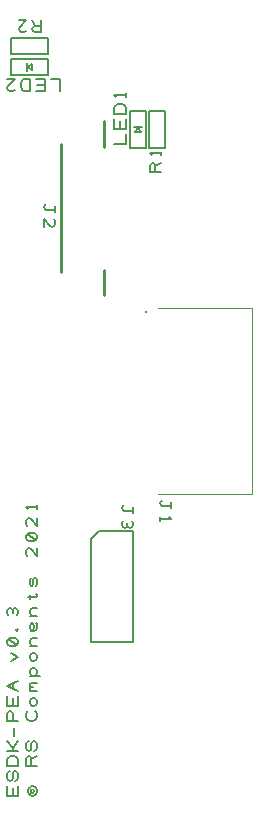
<source format=gbr>
G04 DesignSpark PCB PRO Gerber Version 10.0 Build 5299*
G04 #@! TF.Part,Single*
G04 #@! TF.FileFunction,Legend,Top*
G04 #@! TF.FilePolarity,Positive*
%FSLAX35Y35*%
%MOIN*%
%ADD107C,0.00394*%
%ADD106C,0.00500*%
%ADD108C,0.00787*%
%ADD109C,0.01000*%
G04 #@! TD.AperFunction*
X0Y0D02*
D02*
D106*
X9454Y246419D02*
Y251719D01*
X21754D01*
Y246419D01*
X9454D01*
X11911Y6156D02*
X8161D01*
Y9281D01*
X10036Y8656D02*
Y6156D01*
X11911D02*
Y9281D01*
X10973Y11156D02*
X11598Y11468D01*
X11911Y12093D01*
Y13343D01*
X11598Y13968D01*
X10973Y14281D01*
X10348Y13968D01*
X10036Y13343D01*
Y12093D01*
X9723Y11468D01*
X9098Y11156D01*
X8473Y11468D01*
X8161Y12093D01*
Y13343D01*
X8473Y13968D01*
X9098Y14281D01*
X11911Y16156D02*
X8161D01*
Y18031D01*
X8473Y18656D01*
X8786Y18968D01*
X9411Y19281D01*
X10661D01*
X11286Y18968D01*
X11598Y18656D01*
X11911Y18031D01*
Y16156D01*
Y21156D02*
X8161D01*
X10036D02*
Y22093D01*
X8161Y24281D01*
X10036Y22093D02*
X11911Y24281D01*
X10661Y26156D02*
Y28656D01*
X11911Y31156D02*
X8161D01*
Y33343D01*
X8473Y33968D01*
X9098Y34281D01*
X9723Y33968D01*
X10036Y33343D01*
Y31156D01*
X11911Y36156D02*
X8161D01*
Y39281D01*
X10036Y38656D02*
Y36156D01*
X11911D02*
Y39281D01*
Y41156D02*
X8161Y42718D01*
X11911Y44281D01*
X10348Y41781D02*
Y43656D01*
X9411Y51156D02*
X11911Y52406D01*
X9411Y53656D01*
X11598Y56468D02*
X11911Y57093D01*
Y57718D01*
X11598Y58343D01*
X10973Y58656D01*
X9098D01*
X8473Y58343D01*
X8161Y57718D01*
Y57093D01*
X8473Y56468D01*
X9098Y56156D01*
X10973D01*
X11598Y56468D01*
X8473Y58343D01*
X11911Y61468D02*
X11598Y61781D01*
X11286Y61468D01*
X11598Y61156D01*
X11911Y61468D01*
X11598Y66468D02*
X11911Y67093D01*
Y67718D01*
X11598Y68343D01*
X10973Y68656D01*
X10348Y68343D01*
X10036Y67718D01*
Y67093D01*
Y67718D02*
X9723Y68343D01*
X9098Y68656D01*
X8473Y68343D01*
X8161Y67718D01*
Y67093D01*
X8473Y66468D01*
X14854Y247819D02*
Y250319D01*
X16354Y248069D02*
X15104Y249069D01*
X16354Y250069D01*
Y248069D01*
X16960Y6156D02*
X16648D01*
X15710Y6468D01*
X15398Y6781D01*
X15085Y7406D01*
Y8031D01*
X15398Y8656D01*
X15710Y8968D01*
X16648Y9281D01*
X16960D01*
X17585Y8968D01*
X17898Y8656D01*
X18210Y8031D01*
Y7406D01*
X17898Y6781D01*
X17585Y6468D01*
X16960Y6156D01*
Y8343D02*
X17272Y7718D01*
X16960Y7093D01*
X16335D01*
X16022Y7718D01*
X16335Y8343D01*
X18210Y16156D02*
X14460D01*
Y18343D01*
X14772Y18968D01*
X15398Y19281D01*
X16022Y18968D01*
X16335Y18343D01*
Y16156D01*
Y18343D02*
X18210Y19281D01*
X17272Y21156D02*
X17898Y21468D01*
X18210Y22093D01*
Y23343D01*
X17898Y23968D01*
X17272Y24281D01*
X16648Y23968D01*
X16335Y23343D01*
Y22093D01*
X16022Y21468D01*
X15398Y21156D01*
X14772Y21468D01*
X14460Y22093D01*
Y23343D01*
X14772Y23968D01*
X15398Y24281D01*
X17585Y34281D02*
X17898Y33968D01*
X18210Y33343D01*
Y32406D01*
X17898Y31781D01*
X17585Y31468D01*
X16960Y31156D01*
X15710D01*
X15085Y31468D01*
X14772Y31781D01*
X14460Y32406D01*
Y33343D01*
X14772Y33968D01*
X15085Y34281D01*
X17272Y36156D02*
X17898Y36468D01*
X18210Y37093D01*
Y37718D01*
X17898Y38343D01*
X17272Y38656D01*
X16648D01*
X16022Y38343D01*
X15710Y37718D01*
Y37093D01*
X16022Y36468D01*
X16648Y36156D01*
X17272D01*
X18210Y41156D02*
X15710D01*
X16022D02*
X15710Y41468D01*
Y42093D01*
X16022Y42406D01*
X16960D01*
X16022D02*
X15710Y42718D01*
Y43343D01*
X16022Y43656D01*
X18210D01*
X15710Y46156D02*
X19148D01*
X17272D02*
X17898Y46468D01*
X18210Y47093D01*
Y47718D01*
X17898Y48343D01*
X17272Y48656D01*
X16648D01*
X16022Y48343D01*
X15710Y47718D01*
Y47093D01*
X16022Y46468D01*
X16648Y46156D01*
X17272D01*
Y51156D02*
X17898Y51468D01*
X18210Y52093D01*
Y52718D01*
X17898Y53343D01*
X17272Y53656D01*
X16648D01*
X16022Y53343D01*
X15710Y52718D01*
Y52093D01*
X16022Y51468D01*
X16648Y51156D01*
X17272D01*
X18210Y56156D02*
X15710D01*
X16648D02*
X16022Y56468D01*
X15710Y57093D01*
Y57718D01*
X16022Y58343D01*
X16648Y58656D01*
X18210D01*
X17898Y63656D02*
X18210Y63343D01*
Y62718D01*
Y62093D01*
X17898Y61468D01*
X17272Y61156D01*
X16335D01*
X16022Y61468D01*
X15710Y62093D01*
Y62718D01*
X16022Y63343D01*
X16335Y63656D01*
X16648D01*
X16960Y63343D01*
X17272Y62718D01*
Y62093D01*
X16960Y61468D01*
X16648Y61156D01*
X18210Y66156D02*
X15710D01*
X16648D02*
X16022Y66468D01*
X15710Y67093D01*
Y67718D01*
X16022Y68343D01*
X16648Y68656D01*
X18210D01*
X15710Y71676D02*
Y73135D01*
X15085Y72406D02*
X17898D01*
X18210Y72718D01*
Y73031D01*
X17898Y73343D01*
Y76156D02*
X18210Y76781D01*
Y78031D01*
X17898Y78656D01*
X17272D01*
X16960Y78031D01*
Y76781D01*
X16648Y76156D01*
X16022D01*
X15710Y76781D01*
Y78031D01*
X16022Y78656D01*
X18210Y88656D02*
Y86156D01*
X16022Y88343D01*
X15398Y88656D01*
X14772Y88343D01*
X14460Y87718D01*
Y86781D01*
X14772Y86156D01*
X17898Y91468D02*
X18210Y92093D01*
Y92718D01*
X17898Y93343D01*
X17272Y93656D01*
X15398D01*
X14772Y93343D01*
X14460Y92718D01*
Y92093D01*
X14772Y91468D01*
X15398Y91156D01*
X17272D01*
X17898Y91468D01*
X14772Y93343D01*
X18210Y98656D02*
Y96156D01*
X16022Y98343D01*
X15398Y98656D01*
X14772Y98343D01*
X14460Y97718D01*
Y96781D01*
X14772Y96156D01*
X18210Y101781D02*
Y103031D01*
Y102406D02*
X14460D01*
X15085Y101781D01*
X21104Y203400D02*
X20791Y203087D01*
X20479Y202462D01*
X20791Y201837D01*
X21104Y201524D01*
X24229D01*
Y200900D01*
Y201524D02*
Y202774D01*
X20479Y195900D02*
Y198400D01*
X22667Y196212D01*
X23291Y195900D01*
X23917Y196212D01*
X24229Y196837D01*
Y197774D01*
X23917Y198400D01*
X19541Y264667D02*
Y260917D01*
X17354D01*
X16729Y261229D01*
X16416Y261854D01*
X16729Y262479D01*
X17354Y262792D01*
X19541D01*
X17354D02*
X16416Y264667D01*
X12041D02*
X14541D01*
X12354Y262479D01*
X12041Y261854D01*
X12354Y261229D01*
X12979Y260917D01*
X13916D01*
X14541Y261229D01*
X21754Y258806D02*
Y253506D01*
X9454D01*
Y258806D01*
X21754D01*
X25841Y241232D02*
Y244982D01*
X22715D01*
X20841D02*
Y241232D01*
X17715D01*
X18341Y243107D02*
X20841D01*
Y244982D02*
X17715D01*
X15841D02*
Y241232D01*
X13965D01*
X13341Y241544D01*
X13028Y241857D01*
X12715Y242482D01*
Y243732D01*
X13028Y244357D01*
X13341Y244669D01*
X13965Y244982D01*
X15841D01*
X8341D02*
X10841D01*
X8653Y242794D01*
X8341Y242169D01*
X8653Y241544D01*
X9278Y241232D01*
X10215D01*
X10841Y241544D01*
X47088Y103006D02*
X46776Y102693D01*
X46463Y102069D01*
X46776Y101443D01*
X47088Y101131D01*
X50213D01*
Y100506D01*
Y101131D02*
Y102381D01*
X46776Y97693D02*
X46463Y97069D01*
Y96443D01*
X46776Y95819D01*
X47401Y95506D01*
X48026Y95819D01*
X48338Y96443D01*
Y97069D01*
Y96443D02*
X48651Y95819D01*
X49276Y95506D01*
X49901Y95819D01*
X50213Y96443D01*
Y97069D01*
X49901Y97693D01*
X43988Y223478D02*
X47738D01*
Y226604D01*
Y228478D02*
X43988D01*
Y231604D01*
X45863Y230978D02*
Y228478D01*
X47738D02*
Y231604D01*
Y233478D02*
X43988D01*
Y235354D01*
X44300Y235978D01*
X44613Y236291D01*
X45238Y236604D01*
X46488D01*
X47113Y236291D01*
X47425Y235978D01*
X47738Y235354D01*
Y233478D01*
Y239104D02*
Y240354D01*
Y239728D02*
X43988D01*
X44613Y239104D01*
X49175Y234353D02*
X54475D01*
Y222053D01*
X49175D01*
Y234353D01*
X50100Y94344D02*
Y57337D01*
X36226D01*
Y91844D01*
X38726Y94344D01*
X50100D01*
X50575Y228953D02*
X53075D01*
X50825Y227453D02*
X51825Y228703D01*
X52825Y227453D01*
X50825D01*
X59687Y104581D02*
X59374Y104268D01*
X59061Y103643D01*
X59374Y103018D01*
X59687Y102706D01*
X62811D01*
Y102081D01*
Y102706D02*
Y103956D01*
X59061Y98956D02*
Y97706D01*
Y98331D02*
X62811D01*
X62187Y98956D01*
X59549Y214030D02*
X55799D01*
Y216217D01*
X56111Y216842D01*
X56736Y217155D01*
X57361Y216842D01*
X57674Y216217D01*
Y214030D01*
Y216217D02*
X59549Y217155D01*
Y219655D02*
Y220905D01*
Y220280D02*
X55799D01*
X56424Y219655D01*
X60774Y222053D02*
X55474D01*
Y234353D01*
X60774D01*
Y222053D01*
D02*
D107*
X58419Y168852D02*
X89955D01*
Y106844D01*
X58419D01*
D02*
D108*
X54581Y167573D02*
G75*
G02*
Y167179I0J-197D01*
G01*
Y167573D02*
G75*
G02*
Y167179I0J-197D01*
G01*
G75*
G02*
Y167573I0J197D01*
G01*
D02*
D109*
X26037Y223281D02*
Y180762D01*
X40604Y172986D02*
Y181549D01*
Y231057D02*
Y222494D01*
X0Y0D02*
M02*

</source>
